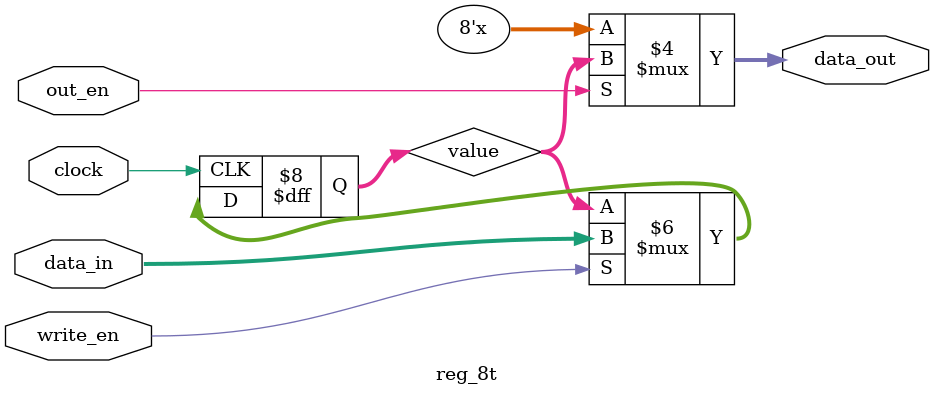
<source format=v>
module reg_8t (
    input wire clock,
    input wire out_en,
    input wire write_en,
    input wire [7:0] data_in,
    output reg [7:0] data_out
);

    reg [7:0] value;

    always @(posedge clock) begin
        if (write_en) begin
            value <= data_in;
        end
    end

    always @(*) begin
        if (out_en) begin
            data_out = value;
        end else begin
            data_out = 8'bz;
        end
    end

endmodule


</source>
